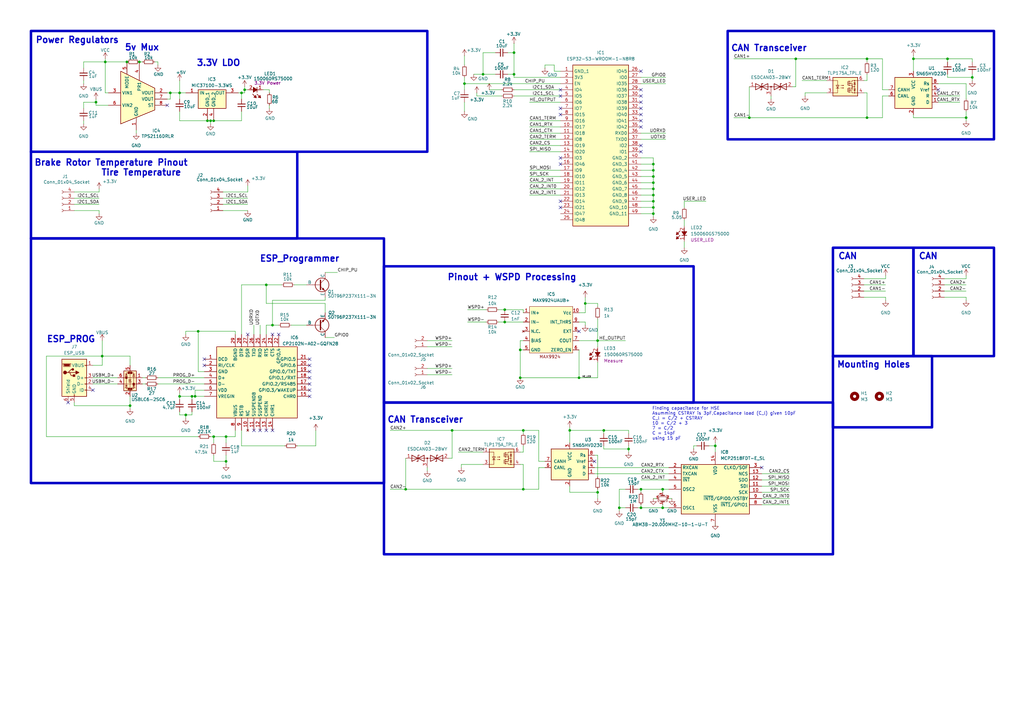
<source format=kicad_sch>
(kicad_sch (version 20250114) (generator "eeschema") (generator_version "9.0")
  (paper "A3")
  (rectangle (start 12.7 97.79) (end 157.48 198.12) (stroke (width 1.016)))
  (rectangle (start 374.65 101.6) (end 407.67 146.05) (stroke (width 1.016)))
  (rectangle (start 157.48 109.22) (end 284.48 165.1) (stroke (width 1.016)))
  (rectangle (start 157.48 165.1) (end 341.63 227.33) (stroke (width 1.016)))
  (rectangle (start 12.7 62.23) (end 121.92 97.79) (stroke (width 1.016)))
  (rectangle (start 298.45 12.7) (end 407.67 57.15) (stroke (width 1.016)))
  (rectangle (start 341.63 101.6) (end 374.65 146.05) (stroke (width 1.016)))
  (rectangle (start 341.63 146.05) (end 382.27 175.26) (stroke (width 1.016)))
  (rectangle (start 12.7 12.7) (end 175.26 62.23) (stroke (width 1.016)))
  (text "Finding capacitance for HSE \nAsumming CSTRAY is 3pF,Capacitance load (C_l) given 10pF\nC_l = C/2 + CSTRAY\n10 = C/2 + 3\n7 = C/2\nC = 14pF\nusing 15 pF" (at 267.462 166.878 0) (effects (font (size 1.27 1.27)) (justify left top)))
  (text "3.3V LDO" (at 80.518 27.432 0) (effects (font (size 2.56 2.56) (thickness 0.512) (bold yes)) (justify left bottom)))
  (text "CAN Transceiver" (at 158.75 173.736 0) (effects (font (size 2.54 2.54) (thickness 0.512) (bold yes)) (justify left bottom)))
  (text "CAN" (at 343.662 106.68 0) (effects (font (size 2.56 2.56) (thickness 0.512) (bold yes)) (justify left bottom)))
  (text "Brake Rotor Temperature Pinout" (at 13.97 68.326 0) (effects (font (size 2.56 2.56) (thickness 0.512) (bold yes)) (justify left bottom)))
  (text "ESP_Programmer" (at 106.426 107.696 0) (effects (font (size 2.54 2.54) (thickness 0.512) (bold yes)) (justify left bottom)))
  (text "ESP_PROG" (at 19.05 140.716 0) (effects (font (size 2.54 2.54) (thickness 0.512) (bold yes)) (justify left bottom)))
  (text "Pinout + WSPD Processing" (at 183.388 115.316 0) (effects (font (size 2.56 2.56) (thickness 0.512) (bold yes)) (justify left bottom)))
  (text "5v Mux" (at 51.054 21.082 0) (effects (font (size 2.56 2.56) (thickness 0.512) (bold yes)) (justify left bottom)))
  (text "Mounting Holes" (at 343.154 151.13 0) (effects (font (size 2.56 2.56) (thickness 0.512) (bold yes)) (justify left bottom)))
  (text "CAN Transceiver" (at 299.72 21.336 0) (effects (font (size 2.54 2.54) (thickness 0.512) (bold yes)) (justify left bottom)))
  (text "CAN" (at 376.682 106.68 0) (effects (font (size 2.56 2.56) (thickness 0.512) (bold yes)) (justify left bottom)))
  (text "Tire Temperature" (at 41.402 72.39 0) (effects (font (size 2.56 2.56) (thickness 0.512) (bold yes)) (justify left bottom)))
  (text "Power Regulators" (at 14.478 18.034 0) (effects (font (size 2.56 2.56) (thickness 0.512) (bold yes)) (justify left bottom)))
  (junction (at 87.63 49.53))
  (junction (at 237.49 154.94))
  (junction (at 267.97 74.93))
  (junction (at 39.37 41.91))
  (junction (at 78.74 162.56))
  (junction (at 374.65 24.13))
  (junction (at 271.78 200.66))
  (junction (at 262.89 200.66))
  (junction (at 267.97 80.01))
  (junction (at 355.6 48.26))
  (junction (at 99.06 38.1))
  (junction (at 86.36 49.53))
  (junction (at 396.24 48.26))
  (junction (at 262.89 208.28))
  (junction (at 307.34 48.26))
  (junction (at 233.68 176.53))
  (junction (at 73.66 38.1))
  (junction (at 207.01 132.08))
  (junction (at 257.81 184.15))
  (junction (at 355.6 24.13))
  (junction (at 41.91 146.05))
  (junction (at 53.34 166.37))
  (junction (at 210.82 21.59))
  (junction (at 85.09 49.53))
  (junction (at 166.37 200.66))
  (junction (at 245.11 201.93))
  (junction (at 111.76 133.35))
  (junction (at 207.01 127))
  (junction (at 213.36 154.94))
  (junction (at 57.15 25.4))
  (junction (at 43.18 25.4))
  (junction (at 185.42 176.53))
  (junction (at 254 208.28))
  (junction (at 52.07 25.4))
  (junction (at 245.11 139.7))
  (junction (at 247.65 176.53))
  (junction (at 271.78 208.28))
  (junction (at 267.97 69.85))
  (junction (at 214.63 176.53))
  (junction (at 267.97 85.09))
  (junction (at 69.85 38.1))
  (junction (at 267.97 82.55))
  (junction (at 80.01 162.56))
  (junction (at 100.33 36.83))
  (junction (at 81.28 135.89))
  (junction (at 267.97 87.63))
  (junction (at 267.97 67.31))
  (junction (at 198.12 30.48))
  (junction (at 210.82 30.48))
  (junction (at 190.5 34.29))
  (junction (at 92.71 179.07))
  (junction (at 76.2 170.18))
  (junction (at 267.97 72.39))
  (junction (at 293.37 182.88))
  (junction (at 87.63 179.07))
  (junction (at 267.97 77.47))
  (junction (at 73.66 162.56))
  (junction (at 240.03 124.46))
  (junction (at 214.63 200.66))
  (junction (at 213.36 143.51))
  (junction (at 388.62 24.13))
  (junction (at 92.71 189.23))
  (junction (at 326.39 24.13))
  (junction (at 398.78 31.75))
  (junction (at 109.22 116.84))
  (no_connect (at 111.76 176.53))
  (no_connect (at 106.68 176.53))
  (no_connect (at 229.87 64.77))
  (no_connect (at 104.14 176.53))
  (no_connect (at 127 162.56))
  (no_connect (at 127 154.94))
  (no_connect (at 229.87 36.83))
  (no_connect (at 262.89 44.45))
  (no_connect (at 127 149.86))
  (no_connect (at 384.81 36.83))
  (no_connect (at 262.89 39.37))
  (no_connect (at 262.89 41.91))
  (no_connect (at 262.89 62.23))
  (no_connect (at 127 160.02))
  (no_connect (at 127 152.4))
  (no_connect (at 101.6 137.16))
  (no_connect (at 83.82 149.86))
  (no_connect (at 229.87 46.99))
  (no_connect (at 237.49 135.89))
  (no_connect (at 83.82 147.32))
  (no_connect (at 229.87 82.55))
  (no_connect (at 68.58 43.18))
  (no_connect (at 262.89 36.83))
  (no_connect (at 229.87 67.31))
  (no_connect (at 229.87 39.37))
  (no_connect (at 114.3 137.16))
  (no_connect (at 262.89 59.69))
  (no_connect (at 109.22 176.53))
  (no_connect (at 127 157.48))
  (no_connect (at 111.76 137.16))
  (no_connect (at 229.87 44.45))
  (no_connect (at 262.89 46.99))
  (no_connect (at 262.89 52.07))
  (no_connect (at 127 147.32))
  (no_connect (at 312.42 191.77))
  (no_connect (at 243.84 189.23))
  (no_connect (at 262.89 29.21))
  (no_connect (at 262.89 49.53))
  (no_connect (at 27.94 165.1))
  (no_connect (at 38.1 160.02))
  (no_connect (at 229.87 85.09))
  (wire (pts (xy 213.36 139.7) (xy 213.36 143.51)))
  (wire (pts (xy 247.65 176.53) (xy 247.65 177.8)))
  (wire (pts (xy 267.97 74.93) (xy 267.97 77.47)))
  (wire (pts (xy 254 209.55) (xy 254 208.28)))
  (wire (pts (xy 53.34 146.05) (xy 53.34 149.86)))
  (wire (pts (xy 19.05 179.07) (xy 81.28 179.07)))
  (wire (pts (xy 257.81 184.15) (xy 257.81 185.42)))
  (wire (pts (xy 185.42 187.96) (xy 184.15 187.96)))
  (wire (pts (xy 388.62 24.13) (xy 388.62 25.4)))
  (wire (pts (xy 99.06 38.1) (xy 99.06 40.64)))
  (wire (pts (xy 120.65 116.84) (xy 125.73 116.84)))
  (wire (pts (xy 267.97 85.09) (xy 267.97 87.63)))
  (wire (pts (xy 326.39 35.56) (xy 325.12 35.56)))
  (wire (pts (xy 100.33 36.83) (xy 101.6 36.83)))
  (wire (pts (xy 262.89 67.31) (xy 267.97 67.31)))
  (wire (pts (xy 237.49 139.7) (xy 245.11 139.7)))
  (wire (pts (xy 110.49 36.83) (xy 110.49 38.1)))
  (wire (pts (xy 58.42 25.4) (xy 57.15 25.4)))
  (wire (pts (xy 92.71 179.07) (xy 92.71 181.61)))
  (wire (pts (xy 217.17 54.61) (xy 229.87 54.61)))
  (wire (pts (xy 374.65 24.13) (xy 374.65 29.21)))
  (wire (pts (xy 262.89 87.63) (xy 267.97 87.63)))
  (wire (pts (xy 363.22 114.3) (xy 363.22 113.03)))
  (wire (pts (xy 38.1 157.48) (xy 48.26 157.48)))
  (wire (pts (xy 87.63 179.07) (xy 87.63 181.61)))
  (wire (pts (xy 245.11 130.81) (xy 245.11 139.7)))
  (wire (pts (xy 213.36 185.42) (xy 214.63 185.42)))
  (wire (pts (xy 73.66 162.56) (xy 73.66 161.29)))
  (wire (pts (xy 233.68 201.93) (xy 233.68 199.39)))
  (wire (pts (xy 300.99 48.26) (xy 307.34 48.26)))
  (wire (pts (xy 262.89 34.29) (xy 273.05 34.29)))
  (wire (pts (xy 217.17 77.47) (xy 229.87 77.47)))
  (wire (pts (xy 92.71 189.23) (xy 92.71 190.5)))
  (wire (pts (xy 85.09 49.53) (xy 86.36 49.53)))
  (wire (pts (xy 213.36 154.94) (xy 237.49 154.94)))
  (wire (pts (xy 262.89 200.66) (xy 262.89 201.93)))
  (wire (pts (xy 312.42 204.47) (xy 323.85 204.47)))
  (wire (pts (xy 262.89 208.28) (xy 271.78 208.28)))
  (wire (pts (xy 111.76 133.35) (xy 114.3 133.35)))
  (wire (pts (xy 243.84 186.69) (xy 245.11 186.69)))
  (wire (pts (xy 73.66 45.72) (xy 73.66 49.53)))
  (wire (pts (xy 280.67 99.06) (xy 280.67 101.6)))
  (wire (pts (xy 73.66 33.02) (xy 73.66 38.1)))
  (wire (pts (xy 30.48 166.37) (xy 30.48 165.1)))
  (wire (pts (xy 284.48 184.15) (xy 284.48 182.88)))
  (wire (pts (xy 80.01 160.02) (xy 80.01 162.56)))
  (wire (pts (xy 175.26 139.7) (xy 185.42 139.7)))
  (wire (pts (xy 262.89 80.01) (xy 267.97 80.01)))
  (wire (pts (xy 76.2 135.89) (xy 76.2 137.16)))
  (wire (pts (xy 133.35 138.43) (xy 137.16 138.43)))
  (wire (pts (xy 41.91 146.05) (xy 41.91 149.86)))
  (wire (pts (xy 326.39 24.13) (xy 355.6 24.13)))
  (wire (pts (xy 86.36 179.07) (xy 87.63 179.07)))
  (wire (pts (xy 396.24 121.92) (xy 396.24 123.19)))
  (wire (pts (xy 175.26 151.13) (xy 185.42 151.13)))
  (wire (pts (xy 91.44 83.82) (xy 101.6 83.82)))
  (wire (pts (xy 262.89 72.39) (xy 267.97 72.39)))
  (wire (pts (xy 198.12 190.5) (xy 189.23 190.5)))
  (wire (pts (xy 396.24 114.3) (xy 396.24 113.03)))
  (wire (pts (xy 214.63 177.8) (xy 214.63 176.53)))
  (wire (pts (xy 388.62 31.75) (xy 398.78 31.75)))
  (wire (pts (xy 34.29 25.4) (xy 43.18 25.4)))
  (wire (pts (xy 198.12 30.48) (xy 203.2 30.48)))
  (wire (pts (xy 262.89 74.93) (xy 267.97 74.93)))
  (wire (pts (xy 101.6 76.2) (xy 101.6 78.74)))
  (wire (pts (xy 280.67 82.55) (xy 280.67 85.09)))
  (wire (pts (xy 237.49 132.08) (xy 240.03 132.08)))
  (wire (pts (xy 73.66 168.91) (xy 73.66 170.18)))
  (wire (pts (xy 361.95 48.26) (xy 361.95 39.37)))
  (wire (pts (xy 247.65 184.15) (xy 257.81 184.15)))
  (wire (pts (xy 34.29 34.29) (xy 34.29 33.02)))
  (wire (pts (xy 160.02 176.53) (xy 185.42 176.53)))
  (wire (pts (xy 262.89 54.61) (xy 273.05 54.61)))
  (wire (pts (xy 208.28 21.59) (xy 210.82 21.59)))
  (wire (pts (xy 387.35 114.3) (xy 396.24 114.3)))
  (wire (pts (xy 293.37 182.88) (xy 293.37 185.42)))
  (wire (pts (xy 243.84 191.77) (xy 274.32 191.77)))
  (wire (pts (xy 55.88 53.34) (xy 55.88 54.61)))
  (wire (pts (xy 96.52 137.16) (xy 96.52 135.89)))
  (wire (pts (xy 80.01 162.56) (xy 83.82 162.56)))
  (wire (pts (xy 396.24 48.26) (xy 396.24 49.53)))
  (wire (pts (xy 198.12 21.59) (xy 203.2 21.59)))
  (wire (pts (xy 245.11 148.59) (xy 245.11 154.94)))
  (wire (pts (xy 111.76 123.19) (xy 111.76 133.35)))
  (wire (pts (xy 190.5 31.75) (xy 190.5 34.29)))
  (wire (pts (xy 198.12 185.42) (xy 187.96 185.42)))
  (wire (pts (xy 267.97 64.77) (xy 267.97 67.31)))
  (wire (pts (xy 175.26 153.67) (xy 185.42 153.67)))
  (wire (pts (xy 262.89 64.77) (xy 267.97 64.77)))
  (wire (pts (xy 396.24 121.92) (xy 387.35 121.92)))
  (wire (pts (xy 398.78 30.48) (xy 398.78 31.75)))
  (wire (pts (xy 354.33 116.84) (xy 363.22 116.84)))
  (wire (pts (xy 198.12 21.59) (xy 198.12 30.48)))
  (wire (pts (xy 92.71 179.07) (xy 96.52 179.07)))
  (wire (pts (xy 214.63 128.27) (xy 214.63 127)))
  (wire (pts (xy 214.63 127) (xy 207.01 127)))
  (wire (pts (xy 240.03 124.46) (xy 240.03 128.27)))
  (wire (pts (xy 262.89 196.85) (xy 274.32 196.85)))
  (wire (pts (xy 106.68 133.35) (xy 106.68 137.16)))
  (wire (pts (xy 43.18 24.13) (xy 43.18 25.4)))
  (wire (pts (xy 233.68 176.53) (xy 247.65 176.53)))
  (wire (pts (xy 240.03 128.27) (xy 237.49 128.27)))
  (wire (pts (xy 30.48 83.82) (xy 40.64 83.82)))
  (wire (pts (xy 300.99 24.13) (xy 326.39 24.13)))
  (wire (pts (xy 267.97 82.55) (xy 267.97 85.09)))
  (wire (pts (xy 254 208.28) (xy 254 200.66)))
  (wire (pts (xy 237.49 154.94) (xy 245.11 154.94)))
  (wire (pts (xy 40.64 86.36) (xy 40.64 87.63)))
  (wire (pts (xy 213.36 139.7) (xy 214.63 139.7)))
  (wire (pts (xy 119.38 133.35) (xy 125.73 133.35)))
  (wire (pts (xy 396.24 45.72) (xy 396.24 48.26)))
  (wire (pts (xy 237.49 143.51) (xy 237.49 154.94)))
  (wire (pts (xy 111.76 133.35) (xy 109.22 133.35)))
  (wire (pts (xy 223.52 26.67) (xy 223.52 27.94)))
  (wire (pts (xy 116.84 182.88) (xy 99.06 182.88)))
  (wire (pts (xy 190.5 22.86) (xy 190.5 26.67)))
  (wire (pts (xy 214.63 190.5) (xy 214.63 200.66)))
  (wire (pts (xy 100.33 38.1) (xy 99.06 38.1)))
  (wire (pts (xy 87.63 49.53) (xy 99.06 49.53)))
  (wire (pts (xy 257.81 182.88) (xy 257.81 184.15)))
  (wire (pts (xy 267.97 87.63) (xy 267.97 88.9)))
  (wire (pts (xy 227.33 29.21) (xy 227.33 26.67)))
  (wire (pts (xy 19.05 146.05) (xy 41.91 146.05)))
  (wire (pts (xy 384.81 34.29) (xy 396.24 34.29)))
  (wire (pts (xy 133.35 111.76) (xy 138.43 111.76)))
  (wire (pts (xy 227.33 26.67) (xy 223.52 26.67)))
  (wire (pts (xy 210.82 17.78) (xy 210.82 21.59)))
  (wire (pts (xy 398.78 24.13) (xy 398.78 25.4)))
  (wire (pts (xy 374.65 48.26) (xy 396.24 48.26)))
  (wire (pts (xy 214.63 185.42) (xy 214.63 182.88)))
  (wire (pts (xy 39.37 40.64) (xy 39.37 41.91)))
  (wire (pts (xy 293.37 215.9) (xy 293.37 214.63)))
  (wire (pts (xy 87.63 179.07) (xy 92.71 179.07)))
  (wire (pts (xy 73.66 170.18) (xy 76.2 170.18)))
  (wire (pts (xy 330.2 38.1) (xy 330.2 39.37)))
  (wire (pts (xy 396.24 34.29) (xy 396.24 40.64)))
  (wire (pts (xy 190.5 41.91) (xy 190.5 45.72)))
  (wire (pts (xy 262.89 200.66) (xy 271.78 200.66)))
  (wire (pts (xy 86.36 49.53) (xy 86.36 50.8)))
  (wire (pts (xy 19.05 146.05) (xy 19.05 179.07)))
  (wire (pts (xy 245.11 186.69) (xy 245.11 195.58)))
  (wire (pts (xy 92.71 186.69) (xy 92.71 189.23)))
  (wire (pts (xy 91.44 86.36) (xy 101.6 86.36)))
  (wire (pts (xy 312.42 207.01) (xy 323.85 207.01)))
  (wire (pts (xy 78.74 170.18) (xy 78.74 168.91)))
  (wire (pts (xy 195.58 39.37) (xy 205.74 39.37)))
  (wire (pts (xy 361.95 36.83) (xy 364.49 36.83)))
  (wire (pts (xy 262.89 85.09) (xy 267.97 85.09)))
  (wire (pts (xy 220.98 189.23) (xy 223.52 189.23)))
  (wire (pts (xy 240.03 132.08) (xy 240.03 133.35)))
  (wire (pts (xy 30.48 166.37) (xy 53.34 166.37)))
  (wire (pts (xy 86.36 49.53) (xy 87.63 49.53)))
  (wire (pts (xy 133.35 123.19) (xy 111.76 123.19)))
  (wire (pts (xy 69.85 38.1) (xy 73.66 38.1)))
  (wire (pts (xy 73.66 162.56) (xy 73.66 163.83)))
  (wire (pts (xy 97.79 38.1) (xy 99.06 38.1)))
  (wire (pts (xy 312.42 196.85) (xy 323.85 196.85)))
  (wire (pts (xy 245.11 139.7) (xy 256.54 139.7)))
  (wire (pts (xy 41.91 139.7) (xy 41.91 146.05)))
  (wire (pts (xy 247.65 184.15) (xy 247.65 182.88)))
  (wire (pts (xy 245.11 139.7) (xy 245.11 142.24)))
  (wire (pts (xy 355.6 38.1) (xy 355.6 48.26)))
  (wire (pts (xy 58.42 157.48) (xy 59.69 157.48)))
  (wire (pts (xy 293.37 181.61) (xy 293.37 182.88)))
  (wire (pts (xy 101.6 78.74) (xy 91.44 78.74)))
  (wire (pts (xy 261.62 208.28) (xy 262.89 208.28)))
  (wire (pts (xy 374.65 48.26) (xy 374.65 46.99)))
  (wire (pts (xy 121.92 182.88) (xy 129.54 182.88)))
  (wire (pts (xy 355.6 33.02) (xy 355.6 30.48)))
  (wire (pts (xy 204.47 127) (xy 207.01 127)))
  (wire (pts (xy 374.65 24.13) (xy 388.62 24.13)))
  (wire (pts (xy 217.17 74.93) (xy 229.87 74.93)))
  (wire (pts (xy 85.09 49.53) (xy 73.66 49.53)))
  (wire (pts (xy 73.66 162.56) (xy 78.74 162.56)))
  (wire (pts (xy 271.78 208.28) (xy 274.32 208.28)))
  (wire (pts (xy 64.77 25.4) (xy 63.5 25.4)))
  (wire (pts (xy 339.09 38.1) (xy 330.2 38.1)))
  (wire (pts (xy 210.82 21.59) (xy 210.82 30.48)))
  (wire (pts (xy 64.77 154.94) (xy 83.82 154.94)))
  (wire (pts (xy 262.89 57.15) (xy 273.05 57.15)))
  (wire (pts (xy 229.87 31.75) (xy 210.82 31.75)))
  (wire (pts (xy 326.39 24.13) (xy 326.39 35.56)))
  (wire (pts (xy 361.95 39.37) (xy 364.49 39.37)))
  (wire (pts (xy 30.48 86.36) (xy 40.64 86.36)))
  (wire (pts (xy 363.22 121.92) (xy 354.33 121.92)))
  (wire (pts (xy 185.42 176.53) (xy 214.63 176.53)))
  (wire (pts (xy 229.87 29.21) (xy 227.33 29.21)))
  (wire (pts (xy 99.06 116.84) (xy 99.06 137.16)))
  (wire (pts (xy 78.74 162.56) (xy 78.74 163.83)))
  (wire (pts (xy 312.42 199.39) (xy 323.85 199.39)))
  (wire (pts (xy 185.42 176.53) (xy 185.42 187.96)))
  (wire (pts (xy 267.97 77.47) (xy 267.97 80.01)))
  (wire (pts (xy 355.6 48.26) (xy 361.95 48.26)))
  (wire (pts (xy 41.91 146.05) (xy 53.34 146.05)))
  (wire (pts (xy 34.29 49.53) (xy 34.29 50.8)))
  (wire (pts (xy 166.37 187.96) (xy 166.37 200.66)))
  (wire (pts (xy 39.37 41.91) (xy 34.29 41.91)))
  (wire (pts (xy 271.78 208.28) (xy 271.78 207.01)))
  (wire (pts (xy 129.54 182.88) (xy 129.54 176.53)))
  (wire (pts (xy 220.98 176.53) (xy 220.98 189.23)))
  (wire (pts (xy 214.63 176.53) (xy 220.98 176.53)))
  (wire (pts (xy 217.17 59.69) (xy 229.87 59.69)))
  (wire (pts (xy 96.52 179.07) (xy 96.52 176.53)))
  (wire (pts (xy 200.66 36.83) (xy 205.74 36.83)))
  (wire (pts (xy 189.23 190.5) (xy 189.23 191.77)))
  (wire (pts (xy 43.18 25.4) (xy 43.18 38.1)))
  (wire (pts (xy 387.35 116.84) (xy 396.24 116.84)))
  (wire (pts (xy 243.84 194.31) (xy 274.32 194.31)))
  (wire (pts (xy 81.28 135.89) (xy 81.28 152.4)))
  (wire (pts (xy 233.68 201.93) (xy 245.11 201.93)))
  (wire (pts (xy 271.78 200.66) (xy 271.78 201.93)))
  (wire (pts (xy 261.62 200.66) (xy 262.89 200.66)))
  (wire (pts (xy 247.65 176.53) (xy 257.81 176.53)))
  (wire (pts (xy 83.82 152.4) (xy 81.28 152.4)))
  (wire (pts (xy 274.32 204.47) (xy 275.59 204.47)))
  (wire (pts (xy 38.1 149.86) (xy 41.91 149.86)))
  (wire (pts (xy 43.18 38.1) (xy 44.45 38.1)))
  (wire (pts (xy 68.58 40.64) (xy 69.85 40.64)))
  (wire (pts (xy 374.65 22.86) (xy 374.65 24.13)))
  (wire (pts (xy 217.17 72.39) (xy 229.87 72.39)))
  (wire (pts (xy 99.06 45.72) (xy 99.06 49.53)))
  (wire (pts (xy 175.26 191.77) (xy 175.26 193.04)))
  (wire (pts (xy 191.77 132.08) (xy 199.39 132.08)))
  (wire (pts (xy 262.89 31.75) (xy 273.05 31.75)))
  (wire (pts (xy 217.17 49.53) (xy 229.87 49.53)))
  (wire (pts (xy 214.63 200.66) (xy 220.98 200.66)))
  (wire (pts (xy 233.68 176.53) (xy 233.68 181.61)))
  (wire (pts (xy 355.6 24.13) (xy 361.95 24.13)))
  (wire (pts (xy 110.49 43.18) (xy 110.49 44.45)))
  (wire (pts (xy 312.42 194.31) (xy 323.85 194.31)))
  (wire (pts (xy 267.97 67.31) (xy 267.97 69.85)))
  (wire (pts (xy 133.35 124.46) (xy 109.22 124.46)))
  (wire (pts (xy 207.01 132.08) (xy 214.63 132.08)))
  (wire (pts (xy 280.67 82.55) (xy 289.56 82.55)))
  (wire (pts (xy 91.44 81.28) (xy 101.6 81.28)))
  (wire (pts (xy 213.36 143.51) (xy 214.63 143.51)))
  (wire (pts (xy 40.64 77.47) (xy 40.64 78.74)))
  (wire (pts (xy 175.26 142.24) (xy 185.42 142.24)))
  (wire (pts (xy 271.78 200.66) (xy 274.32 200.66)))
  (wire (pts (xy 384.81 41.91) (xy 393.7 41.91)))
  (wire (pts (xy 166.37 200.66) (xy 214.63 200.66)))
  (wire (pts (xy 217.17 41.91) (xy 229.87 41.91)))
  (wire (pts (xy 254 208.28) (xy 256.54 208.28)))
  (wire (pts (xy 307.34 48.26) (xy 355.6 48.26)))
  (wire (pts (xy 388.62 24.13) (xy 398.78 24.13)))
  (wire (pts (xy 245.11 201.93) (xy 245.11 204.47)))
  (wire (pts (xy 284.48 182.88) (xy 285.75 182.88)))
  (wire (pts (xy 34.29 41.91) (xy 34.29 44.45)))
  (wire (pts (xy 217.17 57.15) (xy 229.87 57.15)))
  (wire (pts (xy 267.97 72.39) (xy 267.97 74.93)))
  (wire (pts (xy 240.03 124.46) (xy 245.11 124.46)))
  (wire (pts (xy 190.5 34.29) (xy 190.5 36.83)))
  (wire (pts (xy 109.22 133.35) (xy 109.22 137.16)))
  (wire (pts (xy 53.34 167.64) (xy 53.34 166.37)))
  (wire (pts (xy 396.24 119.38) (xy 387.35 119.38)))
  (wire (pts (xy 80.01 160.02) (xy 83.82 160.02)))
  (wire (pts (xy 195.58 38.1) (xy 195.58 39.37)))
  (wire (pts (xy 104.14 133.35) (xy 104.14 137.16)))
  (wire (pts (xy 39.37 43.18) (xy 44.45 43.18)))
  (wire (pts (xy 312.42 201.93) (xy 323.85 201.93)))
  (wire (pts (xy 96.52 135.89) (xy 81.28 135.89)))
  (wire (pts (xy 43.18 25.4) (xy 52.07 25.4)))
  (wire (pts (xy 194.31 30.48) (xy 198.12 30.48)))
  (wire (pts (xy 217.17 52.07) (xy 229.87 52.07)))
  (wire (pts (xy 217.17 62.23) (xy 229.87 62.23)))
  (wire (pts (xy 64.77 25.4) (xy 64.77 26.67)))
  (wire (pts (xy 38.1 154.94) (xy 48.26 154.94)))
  (wire (pts (xy 39.37 41.91) (xy 39.37 43.18)))
  (wire (pts (xy 355.6 25.4) (xy 355.6 24.13)))
  (wire (pts (xy 30.48 81.28) (xy 40.64 81.28)))
  (wire (pts (xy 384.81 39.37) (xy 393.7 39.37)))
  (wire (pts (xy 109.22 116.84) (xy 115.57 116.84)))
  (wire (pts (xy 109.22 116.84) (xy 109.22 124.46)))
  (wire (pts (xy 210.82 30.48) (xy 210.82 31.75)))
  (wire (pts (xy 307.34 35.56) (xy 307.34 48.26)))
  (wire (pts (xy 30.48 78.74) (xy 40.64 78.74)))
  (wire (pts (xy 233.68 175.26) (xy 233.68 176.53)))
  (wire (pts (xy 133.35 121.92) (xy 133.35 123.19)))
  (wire (pts (xy 208.28 30.48) (xy 210.82 30.48)))
  (wire (pts (xy 213.36 190.5) (xy 214.63 190.5)))
  (wire (pts (xy 210.82 36.83) (xy 229.87 36.83)))
  (wire (pts (xy 53.34 162.56) (xy 53.34 166.37)))
  (wire (pts (xy 267.97 204.47) (xy 269.24 204.47)))
  (wire (pts (xy 76.2 170.18) (xy 78.74 170.18)))
  (wire (pts (xy 240.03 121.92) (xy 240.03 124.46)))
  (wire (pts (xy 133.35 128.27) (xy 133.35 124.46)))
  (wire (pts (xy 100.33 36.83) (xy 100.33 38.1)))
  (wire (pts (xy 109.22 116.84) (xy 99.06 116.84)))
  (wire (pts (xy 354.33 33.02) (xy 355.6 33.02)))
  (wire (pts (xy 290.83 182.88) (xy 293.37 182.88)))
  (wire (pts (xy 217.17 69.85) (xy 229.87 69.85)))
  (wire (pts (xy 69.85 40.64) (xy 69.85 38.1)))
  (wire (pts (xy 398.78 31.75) (xy 398.78 33.02)))
  (wire (pts (xy 107.95 36.83) (xy 110.49 36.83)))
  (wire (pts (xy 87.63 186.69) (xy 87.63 189.23)))
  (wire (pts (xy 160.02 200.66) (xy 166.37 200.66)))
  (wire (pts (xy 388.62 31.75) (xy 388.62 30.48)))
  (wire (pts (xy 99.06 182.88) (xy 99.06 176.53)))
  (wire (pts (xy 339.09 33.02) (xy 328.93 33.02)))
  (wire (pts (xy 220.98 200.66) (xy 220.98 191.77)))
  (wire (pts (xy 262.89 69.85) (xy 267.97 69.85)))
  (wire (pts (xy 363.22 119.38) (xy 354.33 119.38)))
  (wire (pts (xy 76.2 135.89) (xy 81.28 135.89)))
  (wire (pts (xy 280.67 90.17) (xy 280.67 92.71)))
  (wire (pts (xy 78.74 162.56) (xy 80.01 162.56)))
  (wire (pts (xy 245.11 124.46) (xy 245.11 125.73)))
  (wire (pts (xy 316.23 39.37) (xy 316.23 40.64)))
  (wire (pts (xy 213.36 143.51) (xy 213.36 154.94)))
  (wire (pts (xy 210.82 39.37) (xy 229.87 39.37)))
  (wire (pts (xy 204.47 132.08) (xy 207.01 132.08)))
  (wire (pts (xy 267.97 69.85) (xy 267.97 72.39)))
  (wire (pts (xy 76.2 170.18) (xy 76.2 171.45)))
  (wire (pts (xy 217.17 80.01) (xy 229.87 80.01)))
  (wire (pts (xy 363.22 121.92) (xy 363.22 123.19)))
  (wire (pts (xy 220.98 191.77) (xy 223.52 191.77)))
  (wire (pts (xy 191.77 127) (xy 199.39 127)))
  (wire (pts (xy 354.33 114.3) (xy 363.22 114.3)))
  (wire (pts (xy 254 200.66) (xy 256.54 200.66)))
  (wire (pts (xy 73.66 40.64) (xy 73.66 38.1)))
  (wire (pts (xy 257.81 176.53) (xy 257.81 177.8)))
  (wire (pts (xy 267.97 80.01) (xy 267.97 82.55)))
  (wire (pts (xy 87.63 189.23) (xy 92.71 189.23)))
  (wire (pts (xy 354.33 38.1) (xy 355.6 38.1)))
  (wire (pts (xy 262.89 77.47) (xy 267.97 77.47)))
  (wire (pts (xy 190.5 34.29) (xy 229.87 34.29)))
  (wire (pts (xy 69.85 38.1) (xy 68.58 38.1)))
  (wire (pts (xy 73.66 38.1) (xy 76.2 38.1)))
  (wire (pts (xy 64.77 157.48) (xy 83.82 157.48)))
  (wire (pts (xy 262.89 82.55) (xy 267.97 82.55)))
  (wire (pts (xy 262.89 207.01) (xy 262.89 208.28)))
  (wire (pts (xy 100.33 36.83) (xy 100.33 35.56)))
  (wire (pts (xy 245.11 201.93) (xy 245.11 200.66)))
  (wire (pts (xy 34.29 25.4) (xy 34.29 27.94)))
  (wire (pts (xy 361.95 24.13) (xy 361.95 36.83)))
  (wire (pts (xy 58.42 154.94) (xy 59.69 154.94)))
  (label "I2C1_SCL" (at 227.33 39.37 180))
  (label "SPI_MOSI" (at 217.17 69.85 0))
  (label "HE_OUTPUT" (at 256.54 139.7 180))
  (label "UORXD" (at 104.14 133.35 90))
  (label "UOTXD" (at 273.05 57.15 180))
  (label "HE_OUTPUT" (at 217.17 41.91 0))
  (label "CHIP_PU" (at 223.52 34.29 180))
  (label "I2C1_SDA" (at 40.64 83.82 180))
  (label "CAN2-" (at 160.02 200.66 0))
  (label "CAN_2_INT" (at 262.89 196.85 0))
  (label "I2C1_SCL" (at 40.64 81.28 180))
  (label "CAN2_RTX" (at 262.89 191.77 0))
  (label "CAN_2_INT1" (at 323.85 207.01 180))
  (label "CAN2+" (at 396.24 116.84 180))
  (label "WSPD+" (at 191.77 127 0))
  (label "UOTXD" (at 106.68 133.35 90))
  (label "GPIO0" (at 273.05 31.75 180))
  (label "CAN1-" (at 300.99 48.26 0))
  (label "USER_LED" (at 273.05 34.29 180))
  (label "CAN2_CS" (at 323.85 194.31 180))
  (label "SPI_MOSI" (at 323.85 199.39 180))
  (label "GPIO0" (at 137.16 138.43 0))
  (label "CAN1-" (at 363.22 119.38 180))
  (label "CAN1_CTX" (at 393.7 39.37 180))
  (label "SPI_MISO" (at 323.85 196.85 180))
  (label "CAN2_CTX" (at 262.89 194.31 0))
  (label "CAN2_TERM" (at 217.17 57.15 0))
  (label "CAN_2_INT0" (at 323.85 204.47 180))
  (label "CAN1_TERM" (at 217.17 49.53 0))
  (label "WSPD-" (at 191.77 132.08 0))
  (label "USBM_D-" (at 46.99 157.48 180))
  (label "CAN1_CTX" (at 217.17 54.61 0))
  (label "CAN2_CS" (at 217.17 59.69 0))
  (label "CAN1+" (at 363.22 116.84 180))
  (label "CAN1+" (at 300.99 24.13 0))
  (label "UORXD" (at 273.05 54.61 180))
  (label "USER_LED" (at 289.56 82.55 180))
  (label "WSPD-" (at 185.42 153.67 180))
  (label "SPI_SCK" (at 217.17 72.39 0))
  (label "CAN1_RTX" (at 217.17 52.07 0))
  (label "USBM_D+" (at 46.99 154.94 180))
  (label "CAN2+" (at 160.02 176.53 0))
  (label "CAN1_RTX" (at 393.7 41.91 180))
  (label "I2C1_SCL" (at 101.6 81.28 180))
  (label "CHIP_PU" (at 138.43 111.76 0))
  (label "PROG_D-" (at 80.01 157.48 180))
  (label "PROG_D+" (at 80.01 154.94 180))
  (label "CAN1_TERM" (at 328.93 33.02 0))
  (label "WSPD-" (at 185.42 142.24 180))
  (label "CAN2_TERM" (at 187.96 185.42 0))
  (label "WSPD+" (at 185.42 151.13 180))
  (label "CAN_2_INT0" (at 217.17 77.47 0))
  (label "SPI_MISO" (at 217.17 62.23 0))
  (label "WSPD+" (at 185.42 139.7 180))
  (label "CAN_2_INT1" (at 217.17 80.01 0))
  (label "I2C1_SDA" (at 101.6 83.82 180))
  (label "HE_LED" (at 238.76 154.94 0) (effects (font (size 0.64 0.64))))
  (label "CAN_2_INT" (at 217.17 74.93 0))
  (label "CAN2-" (at 396.24 119.38 180))
  (label "I2C1_SDA" (at 227.33 36.83 180))
  (label "SPI_SCK" (at 323.85 201.93 180))
  (symbol (lib_id "power:+3.3V") (at 100.33 35.56 0) (unit 1)
    (property "Reference" "#PWR011" (effects (hide yes)))
    (property "Value" "+3.3V" (at 100.33 31.75 0))
    (property "Description" "Power symbol creates a global label with name \"+3.3V\"" (effects (hide yes)))
  )
  (symbol (lib_id "Device:C_Small") (at 259.08 200.66 90) (unit 1)
    (property "Reference" "C19" (at 257.302 196.596 90) (effects (justify right)))
    (property "Value" "15pF" (at 257.556 198.12 90) (effects (justify right)))
    (property "Footprint" "Capacitor_SMD:C_0603_1608Metric" (effects (hide yes)))
  )
  (symbol (lib_name "GND_5") (lib_id "power:GND") (at 190.5 45.72 0) (unit 1)
    (property "Reference" "#PWR017" (effects (hide yes)))
    (property "Value" "GND" (at 193.802 48.768 0))
    (property "Description" "Power symbol creates a global label with name \"GND\" , ground" (effects (hide yes)))
  )
  (symbol (lib_id "Device:R_Small") (at 54.61 25.4 270) (unit 1)
    (property "Reference" "R1" (at 52.832 22.098 90) (effects (justify left)))
    (property "Value" "10k" (at 54.61 23.622 90))
    (property "Footprint" "Resistor_SMD:R_0603_1608Metric" (effects (hide yes)))
  )
  (symbol (lib_id "power:GND") (at 257.81 185.42 0) (unit 1)
    (property "Reference" "#PWR047" (effects (hide yes)))
    (property "Value" "GND" (at 257.81 190.5 0))
    (property "Description" "Power symbol creates a global label with name \"GND\" , ground" (effects (hide yes)))
  )
  (symbol (lib_id "SDM_LED:150060RS75000") (at 245.11 148.59 90) (unit 1)
    (property "Reference" "LED3" (at 247.65 142.8749 90) (effects (justify right)))
    (property "Value" "150060RS75000" (at 247.65 145.4149 90) (effects (justify right)))
    (property "Footprint" "SDM_MiscFootprint:LEDC1608X80N" (effects (hide yes)))
    (property "Datasheet" "https://www.we-online.com/components/products/datasheet/150060RS75000.pdf" (effects (hide yes)))
    (property "Description" "WURTH ELEKTRONIK - 150060RS75000 - LED, 0603, RED, 250MCD, 625NM" (effects (hide yes)))
    (property "Measure" "Measure" (at 247.65 147.9549 90) (effects (justify right)))
    (property "Height" "0.8" (effects (hide yes)))
    (property "Mouser Part Number" "710-150060RS75000" (effects (hide yes)))
    (property "Mouser Price/Stock" "https://www.mouser.co.uk/ProductDetail/Wurth-Elektronik/150060RS75000?qs=LlUlMxKIyB3QnmZ3fw%2FVCA%3D%3D" (effects (hide yes)))
    (property "Manufacturer_Name" "Wurth Elektronik" (effects (hide yes)))
    (property "Manufacturer_Part_Number" "150060RS75000" (effects (hide yes)))
  )
  (symbol (lib_id "Device:C_Small") (at 99.06 43.18 180) (unit 1)
    (property "Reference" "C10" (at 105.156 42.418 0) (effects (justify left)))
    (property "Value" "10uF" (at 105.918 43.942 0) (effects (justify left)))
    (property "Footprint" "Capacitor_SMD:C_0603_1608Metric" (effects (hide yes)))
  )
  (symbol (lib_id "Device:C_Small") (at 92.71 184.15 180) (unit 1)
    (property "Reference" "C18" (at 98.298 183.388 0) (effects (justify left)))
    (property "Value" "1uF" (at 98.298 185.166 0) (effects (justify left)))
    (property "Footprint" "Capacitor_SMD:C_0603_1608Metric" (effects (hide yes)))
  )
  (symbol (lib_id "power:GND") (at 363.22 123.19 0) (unit 1)
    (property "Reference" "#PWR034" (effects (hide yes)))
    (property "Value" "GND" (at 363.22 128.27 0))
    (property "Description" "Power symbol creates a global label with name \"GND\" , ground" (effects (hide yes)))
  )
  (symbol (lib_name "VCC_1") (lib_id "power:VCC") (at 240.03 121.92 0) (unit 1)
    (property "Reference" "#PWR033" (effects (hide yes)))
    (property "Value" "+3.3V" (at 240.03 116.84 0))
    (property "Description" "Power symbol creates a global label with name \"VCC\"" (effects (hide yes)))
  )
  (symbol (lib_id "Connector:Conn_01x04_Socket") (at 86.36 83.82 180) (unit 1)
    (property "Reference" "J2" (at 83.312 71.882 0) (effects (justify left)))
    (property "Value" "Conn_01x04_Socket" (at 99.568 73.66 0) (effects (justify left)))
    (property "Footprint" "Connector_JST:JST_XH_S4B-XH-A_1x04_P2.50mm_Horizontal" (effects (hide yes)))
    (property "Description" "Generic connector, single row, 01x04, script generated" (effects (hide yes)))
  )
  (symbol (lib_id "SDM_ESD:ESDCAN03-2BWY") (at 175.26 187.96 0) (unit 1)
    (property "Reference" "D2" (at 175.26 181.61 0))
    (property "Value" "ESDCAN03-2BWY" (at 175.26 184.15 0))
    (property "Footprint" "SDM_MiscFootprint:SOT65P210X110-3N" (effects (hide yes)))
    (property "Datasheet" "https://www.mouser.de/datasheet/2/389/esdcan02-2bwy-954689.pdf" (effects (hide yes)))
    (property "Description" "ESD Suppressors / TVS Diodes Automotive dual-line Transil, Transient voltage suppressor (TVS) for CAN bus" (effects (hide yes)))
    (property "Height" "1.1" (effects (hide yes)))
    (property "Mouser Part Number" "511-ESDCAN03-2BWY" (effects (hide yes)))
    (property "Mouser Price/Stock" "https://www.mouser.co.uk/ProductDetail/STMicroelectronics/ESDCAN03-2BWY?qs=FqY30PPN9V2iiokjuqa22Q%3D%3D" (effects (hide yes)))
    (property "Manufacturer_Name" "STMicroelectronics" (effects (hide yes)))
    (property "Manufacturer_Part_Number" "ESDCAN03-2BWY" (effects (hide yes)))
  )
  (symbol (lib_id "Device:C_Small") (at 205.74 21.59 270) (unit 1)
    (property "Reference" "C1" (at 207.264 17.018 90) (effects (justify right)))
    (property "Value" "10uF" (at 208.28 18.796 90) (effects (justify right)))
    (property "Footprint" "Capacitor_SMD:C_0603_1608Metric" (effects (hide yes)))
  )
  (symbol (lib_id "power:GND") (at 280.67 101.6 0) (unit 1)
    (property "Reference" "#PWR030" (effects (hide yes)))
    (property "Value" "GND" (at 280.67 106.68 0))
    (property "Description" "Power symbol creates a global label with name \"GND\" , ground" (effects (hide yes)))
  )
  (symbol (lib_id "MicroControllers:ESP32-S3-WROOM-1-N8R8") (at 229.87 29.21 0) (unit 1)
    (property "Reference" "IC1" (at 246.38 21.59 0))
    (property "Value" "ESP32-S3-WROOM-1-N8R8" (at 246.38 24.13 0))
    (property "Footprint" "SDM_MiscFootprint:ESP32S3WROOM1N8R8" (effects (hide yes)))
    (property "Datasheet" "https://www.espressif.com/sites/default/files/documentation/esp32-s3-wroom-1_wroom-1u_datasheet_en.pdf" (effects (hide yes)))
    (property "Description" "WiFi Modules - 802.11 (Engineering Samples Only) SMD Module, ESP32-S3R8 with 8 MB Octal PSRAM Die, 8 MB Quad SPI flash, PCB Antenna" (effects (hide yes)))
    (property "Height" "3.25" (effects (hide yes)))
    (property "Mouser Part Number" "356-EP32S3WROOM1N8R8" (effects (hide yes)))
    (property "Mouser Price/Stock" "https://www.mouser.co.uk/ProductDetail/Espressif-Systems/ESP32-S3-WROOM-1-N8R8?qs=7D1LtPJG0i3%2F28hKFavOpQ%3D%3D" (effects (hide yes)))
    (property "Manufacturer_Name" "Espressif Systems" (effects (hide yes)))
    (property "Manufacturer_Part_Number" "ESP32-S3-WROOM-1-N8R8" (effects (hide yes)))
  )
  (symbol (lib_id "power:+3.3V") (at 233.68 175.26 0) (unit 1)
    (property "Reference" "#PWR043" (effects (hide yes)))
    (property "Value" "+3.3V" (at 233.68 170.942 0))
    (property "Description" "Power symbol creates a global label with name \"+3.3V\"" (effects (hide yes)))
  )
  (symbol (lib_id "Device:R_Small") (at 190.5 29.21 0) (mirror y) (unit 1)
    (property "Reference" "R4" (at 187.198 28.194 0))
    (property "Value" "10k" (at 187.198 29.972 0))
    (property "Footprint" "Resistor_SMD:R_0603_1608Metric" (effects (hide yes)))
  )
  (symbol (lib_id "power:GND") (at 86.36 50.8 0) (unit 1)
    (property "Reference" "#PWR021" (effects (hide yes)))
    (property "Value" "GND" (at 86.36 54.864 0))
    (property "Description" "Power symbol creates a global label with name \"GND\" , ground" (effects (hide yes)))
  )
  (symbol (lib_id "power:GND") (at 316.23 40.64 0) (unit 1)
    (property "Reference" "#PWR014" (effects (hide yes)))
    (property "Value" "GND" (at 316.23 44.704 0))
    (property "Description" "Power symbol creates a global label with name \"GND\" , ground" (effects (hide yes)))
  )
  (symbol (lib_id "USBUART:CP2102N-A02-GQFN28") (at 83.82 147.32 0) (unit 1)
    (property "Reference" "IC6" (at 119.126 138.43 0) (effects (justify left)))
    (property "Value" "CP2102N-A02-GQFN28" (at 115.824 140.97 0) (effects (justify left)))
    (property "Footprint" "SDM_MiscFootprint:QFN50P500X500X80-29N-D" (effects (hide yes)))
    (property "Datasheet" "https://componentsearchengine.com/Datasheets/2/CP2102N-A02-GQFN28.pdf" (effects (hide yes)))
    (property "Description" "SILICON LABS - CP2102N-A02-GQFN28 - USB TO UART BRIDGE, -40 TO 85DEG C" (effects (hide yes)))
    (property "Height" "0.8" (effects (hide yes)))
    (property "Mouser Part Number" "634-CP2102NA02GQFN28" (effects (hide yes)))
    (property "Mouser Price/Stock" "https://www.mouser.co.uk/ProductDetail/Silicon-Labs/CP2102N-A02-GQFN28?qs=u16ybLDytRaSBkSkyjYFiA%3D%3D" (effects (hide yes)))
    (property "Manufacturer_Name" "Silicon Labs" (effects (hide yes)))
    (property "Manufacturer_Part_Number" "CP2102N-A02-GQFN28" (effects (hide yes)))
  )
  (symbol (lib_id "Mechanical:MountingHole") (at 360.68 162.56 0) (unit 1)
    (property "Reference" "H2" (at 363.22 161.29 0) (effects (justify left)))
    (property "Value" "M3" (at 363.22 163.83 0) (effects (justify left)))
    (property "Footprint" "MountingHole:MountingHole_3.2mm_M3" (effects (hide yes)))
  )
  (symbol (lib_id "Device:R_Small") (at 262.89 204.47 0) (unit 1)
    (property "Reference" "R23" (at 259.715 203.835 0))
    (property "Value" "1M" (at 259.715 205.613 0))
    (property "Footprint" "Resistor_SMD:R_0603_1608Metric" (effects (hide yes)))
  )
  (symbol (lib_id "power:GND") (at 76.2 137.16 0) (unit 1)
    (property "Reference" "#PWR037" (effects (hide yes)))
    (property "Value" "GND" (at 76.2 141.224 0))
    (property "Description" "Power symbol creates a global label with name \"GND\" , ground" (effects (hide yes)))
  )
  (symbol (lib_id "power:VCC") (at 363.22 113.03 0) (unit 1)
    (property "Reference" "#PWR031" (effects (hide yes)))
    (property "Value" "VCC" (at 363.22 109.22 0))
    (property "Description" "Power symbol creates a global label with name \"VCC\"" (effects (hide yes)))
  )
  (symbol (lib_id "Mechanical:MountingHole") (at 350.52 162.56 0) (unit 1)
    (property "Reference" "H1" (at 353.06 161.29 0) (effects (justify left)))
    (property "Value" "M3" (at 353.06 163.83 0) (effects (justify left)))
    (property "Footprint" "MountingHole:MountingHole_3.2mm_M3" (effects (hide yes)))
  )
  (symbol (lib_id "power:GND") (at 398.78 33.02 0) (unit 1)
    (property "Reference" "#PWR09" (effects (hide yes)))
    (property "Value" "GND" (at 398.78 38.1 0))
    (property "Description" "Power symbol creates a global label with name \"GND\" , ground" (effects (hide yes)))
  )
  (symbol (lib_id "Device:R_Small") (at 208.28 36.83 270) (mirror x) (unit 1)
    (property "Reference" "R8" (at 208.153 32.639 90))
    (property "Value" "2.2k" (at 208.153 34.417 90))
    (property "Footprint" "Resistor_SMD:R_0603_1608Metric" (effects (hide yes)))
  )
  (symbol (lib_id "power:+5V") (at 73.66 33.02 0) (unit 1)
    (property "Reference" "#PWR08" (effects (hide yes)))
    (property "Value" "+5V" (at 72.136 29.718 0) (effects (justify left)))
    (property "Description" "Power symbol creates a global label with name \"+5V\"" (effects (hide yes)))
  )
  (symbol (lib_id "power:GND") (at 34.29 50.8 0) (unit 1)
    (property "Reference" "#PWR020" (effects (hide yes)))
    (property "Value" "GND" (at 34.29 55.88 0))
    (property "Description" "Power symbol creates a global label with name \"GND\" , ground" (effects (hide yes)))
  )
  (symbol (lib_id "Device:R_Small") (at 201.93 132.08 90) (unit 1)
    (property "Reference" "R14" (at 201.93 134.112 90))
    (property "Value" "10k" (at 201.93 136.144 90))
    (property "Footprint" "Resistor_SMD:R_0603_1608Metric" (effects (hide yes)))
    (property "Description" "Resistor, small symbol" (effects (hide yes)))
  )
  (symbol (lib_id "power:GND") (at 110.49 44.45 0) (unit 1)
    (property "Reference" "#PWR016" (effects (hide yes)))
    (property "Value" "GND" (at 110.744 48.514 0))
    (property "Description" "Power symbol creates a global label with name \"GND\" , ground" (effects (hide yes)))
  )
  (symbol (lib_id "Connector:Conn_01x04_Socket") (at 349.25 119.38 180) (unit 1)
    (property "Reference" "J3" (at 350.012 109.22 0) (effects (justify left)))
    (property "Value" "Conn_01x04_Socket" (at 361.95 110.998 0) (effects (justify left)))
    (property "Footprint" "Connector_JST:JST_XH_S4B-XH-A_1x04_P2.50mm_Horizontal" (effects (hide yes)))
    (property "Description" "Generic connector, single row, 01x04, script generated" (effects (hide yes)))
  )
  (symbol (lib_id "power:GND") (at 275.59 204.47 0) (unit 1)
    (property "Reference" "#PWR053" (effects (hide yes)))
    (property "Value" "GND" (at 275.59 209.55 0))
    (property "Description" "Power symbol creates a global label with name \"GND\" , ground" (effects (hide yes)))
  )
  (symbol (lib_id "Device:C_Small") (at 73.66 43.18 180) (unit 1)
    (property "Reference" "C9" (at 77.978 41.91 0) (effects (justify left)))
    (property "Value" "10uF" (at 80.264 43.688 0) (effects (justify left)))
    (property "Footprint" "Capacitor_SMD:C_0603_1608Metric" (effects (hide yes)))
  )
  (symbol (lib_name "VCC_4") (lib_id "power:VCC") (at 195.58 38.1 0) (unit 1)
    (property "Reference" "#PWR025" (effects (hide yes)))
    (property "Value" "+3.3V" (at 195.58 40.894 0))
    (property "Description" "Power symbol creates a global label with name \"VCC\"" (effects (hide yes)))
  )
  (symbol (lib_id "SDM_SENSOR:MAX9924UAUB+") (at 217.17 125.73 0) (unit 1)
    (property "Reference" "IC5" (at 226.06 120.65 0))
    (property "Value" "MAX9924UAUB+" (at 226.06 123.19 0))
    (property "Footprint" "SDM_MiscFootprint:SOP50P490X110-10L" (effects (hide yes)))
    (property "Datasheet" "https://datasheets.maximintegrated.com/en/ds/MAX9924-MAX9927.pdf" (effects (hide yes)))
    (property "Description" "Variable Reluctance Sr Interface uMAX10 Maxim MAX9924UAUB+ Hall Effect Sensor IC 10-Pin uMAX, 4.5  5.5 V" (effects (hide yes)))
    (property "Height" "1.1" (effects (hide yes)))
    (property "Mouser Part Number" "700-MAX9924UAUB" (effects (hide yes)))
    (property "Mouser Price/Stock" "https://www.mouser.co.uk/ProductDetail/Analog-Devices-Maxim-Integrated/MAX9924UAUB%2b?qs=CDqwynd4ZNp%2Fw00%252BzYUiZw%3D%3D" (effects (hide yes)))
    (property "Manufacturer_Name" "Analog Devices" (effects (hide yes)))
    (property "Manufacturer_Part_Number" "MAX9924UAUB+" (effects (hide yes)))
  )
  (symbol (lib_id "Device:R_Small") (at 110.49 40.64 180) (unit 1)
    (property "Reference" "R6" (at 114.3 39.878 0) (effects (justify left)))
    (property "Value" "68" (at 114.046 41.656 0) (effects (justify left)))
    (property "Footprint" "Resistor_SMD:R_0603_1608Metric" (effects (hide yes)))
  )
  (symbol (lib_id "Device:R_Small") (at 118.11 116.84 270) (mirror x) (unit 1)
    (property "Reference" "R11" (at 117.983 112.649 90))
    (property "Value" "10k" (at 117.983 114.427 90))
    (property "Footprint" "Resistor_SMD:R_0603_1608Metric" (effects (hide yes)))
  )
  (symbol (lib_id "SDM_CRYSTAL_HSE:ABM3B-20.000MHZ-10-1-U-T") (at 271.78 204.47 90) (unit 1)
    (property "Reference" "Y1" (at 271.78 213.36 90))
    (property "Value" "ABM3B-20.000MHZ-10-1-U-T" (at 274.828 215.138 90))
    (property "Footprint" "SDM_MiscFootprint:ABM3B" (effects (hide yes)))
    (property "Datasheet" "https://abracon.com/Resonators/abm3b.pdf" (effects (hide yes)))
    (property "Description" "20 MHz +/-10ppm Crystal 10pF 50 Ohms 4-SMD, No Lead" (effects (hide yes)))
    (property "Height" "1.1" (effects (hide yes)))
    (property "Mouser Part Number" "815-ABM3B-20-T" (effects (hide yes)))
    (property "Mouser Price/Stock" "https://www.mouser.co.uk/ProductDetail/ABRACON/ABM3B-20.000MHZ-10-1-U-T?qs=76dmnhCH%2FMPgkvA3j%252Befbw%3D%3D" (effects (hide yes)))
    (property "Manufacturer_Name" "ABRACON" (effects (hide yes)))
    (property "Manufacturer_Part_Number" "ABM3B-20.000MHZ-10-1-U-T" (effects (hide yes)))
  )
  (symbol (lib_id "Power_Protection:USBLC6-2SC6") (at 53.34 154.94 0) (unit 1)
    (property "Reference" "U2" (at 53.848 162.052 0) (effects (justify left)))
    (property "Value" "USBLC6-2SC6" (at 53.848 163.83 0) (effects (justify left)))
    (property "Footprint" "Package_TO_SOT_SMD:SOT-23-6" (effects (hide yes)))
    (property "Datasheet" "https://www.st.com/resource/en/datasheet/usblc6-2.pdf" (effects (hide yes)))
    (property "Description" "Very low capacitance ESD protection diode, 2 data-line, SOT-23-6" (effects (hide yes)))
  )
  (symbol (lib_name "NPN_1") (lib_id "Simulation_SPICE:NPN") (at 130.81 133.35 0) (unit 1)
    (property "Reference" "Q2" (at 134.62 128.27 0) (effects (justify left)))
    (property "Value" "SOT96P237X111-3N" (at 134.366 130.048 0) (effects (justify left)))
    (property "Footprint" "SDM_MiscFootprint:SOT96P237X111-3N" (effects (hide yes)))
    (property "Datasheet" "https://www.mouser.com/datasheet/2/308/MMBT2222LT1_D-1811600.pdf" (effects (hide yes)))
    (property "Sim.Device" "NPN" (effects (hide yes)))
    (property "Sim.Type" "GUMMELPOON" (effects (hide yes)))
    (property "Sim.Pins" "1=C 2=B 3=E" (effects (hide yes)))
  )
  (symbol (lib_name "VCC_1") (lib_id "power:VCC") (at 210.82 17.78 0) (unit 1)
    (property "Reference" "#PWR01" (effects (hide yes)))
    (property "Value" "+3.3V" (at 210.566 13.97 0))
    (property "Description" "Power symbol creates a global label with name \"VCC\"" (effects (hide yes)))
  )
  (symbol (lib_id "Device:R_Small") (at 119.38 182.88 90) (unit 1)
    (property "Reference" "R20" (at 119.38 177.8 90))
    (property "Value" "1k" (at 119.38 180.34 90))
    (property "Footprint" "Resistor_SMD:R_0603_1608Metric" (effects (hide yes)))
    (property "Description" "Resistor, small symbol" (effects (hide yes)))
  )
  (symbol (lib_id "Device:C_Small") (at 388.62 27.94 0) (mirror y) (unit 1)
    (property "Reference" "C2" (at 394.208 26.924 0) (effects (justify left)))
    (property "Value" "100nF" (at 396.494 28.702 0) (effects (justify left)))
    (property "Footprint" "Capacitor_SMD:C_0603_1608Metric" (effects (hide yes)))
  )
  (symbol (lib_id "Device:R_Small") (at 62.23 154.94 90) (unit 1)
    (property "Reference" "R16" (at 62.23 151.384 90))
    (property "Value" "27" (at 62.23 153.162 90))
    (property "Footprint" "Resistor_SMD:R_0603_1608Metric" (effects (hide yes)))
  )
  (symbol (lib_id "Device:C_Small") (at 398.78 27.94 0) (mirror y) (unit 1)
    (property "Reference" "C3" (at 404.368 26.924 0) (effects (justify left)))
    (property "Value" "100nF" (at 406.654 28.702 0) (effects (justify left)))
    (property "Footprint" "Capacitor_SMD:C_0603_1608Metric" (effects (hide yes)))
  )
  (symbol (lib_id "Device:C_Small") (at 34.29 30.48 180) (unit 1)
    (property "Reference" "C4" (at 36.322 29.718 0) (effects (justify right)))
    (property "Value" "1uF" (at 36.322 31.242 0) (effects (justify right)))
    (property "Footprint" "Capacitor_SMD:C_0603_1608Metric" (effects (hide yes)))
  )
  (symbol (lib_id "power:GND") (at 76.2 171.45 0) (unit 1)
    (property "Reference" "#PWR042" (effects (hide yes)))
    (property "Value" "GND" (at 76.2 176.53 0))
    (property "Description" "Power symbol creates a global label with name \"GND\" , ground" (effects (hide yes)))
  )
  (symbol (lib_id "Connector:Conn_01x02_Socket") (at 170.18 142.24 180) (unit 1)
    (property "Reference" "J5" (at 174.752 147.32 0) (effects (justify left)))
    (property "Value" "Conn_01x02_Socket" (at 178.054 145.542 0) (effects (justify left)))
    (property "Footprint" "Connector_JST:JST_XH_S2B-XH-A_1x02_P2.50mm_Horizontal" (effects (hide yes)))
    (property "Description" "Generic connector, single row, 01x02, script generated" (effects (hide yes)))
  )
  (symbol (lib_id "Device:R_Small") (at 83.82 179.07 270) (unit 1)
    (property "Reference" "R18" (at 83.82 175.26 90))
    (property "Value" "22.1K" (at 83.82 177.038 90))
    (property "Footprint" "Resistor_SMD:R_0603_1608Metric" (effects (hide yes)))
  )
  (symbol (lib_name "GND_6") (lib_id "power:GND") (at 92.71 190.5 0) (unit 1)
    (property "Reference" "#PWR048" (effects (hide yes)))
    (property "Value" "GND" (at 92.71 195.58 0))
    (property "Description" "Power symbol creates a global label with name \"GND\" , ground" (effects (hide yes)))
  )
  (symbol (lib_name "GND_10") (lib_id "power:GND") (at 293.37 214.63 0) (unit 1)
    (property "Reference" "#PWR055" (effects (hide yes)))
    (property "Value" "GND" (at 293.37 219.71 0))
    (property "Description" "Power symbol creates a global label with name \"GND\" , ground" (effects (hide yes)))
  )
  (symbol (lib_id "SDM_LED:150060RS75000") (at 107.95 36.83 180) (unit 1)
    (property "Reference" "LED1" (at 110.744 30.226 0))
    (property "Value" "150060RS75000" (at 112.014 32.258 0))
    (property "Footprint" "SDM_MiscFootprint:LEDC1608X80N" (effects (hide yes)))
    (property "Datasheet" "https://www.we-online.com/components/products/datasheet/150060RS75000.pdf" (effects (hide yes)))
    (property "Description" "WURTH ELEKTRONIK - 150060RS75000 - LED, 0603, RED, 250MCD, 625NM" (effects (hide yes)))
    (property "Measure" "3.3V Power" (at 109.728 34.036 0))
    (property "Height" "0.8" (effects (hide yes)))
    (property "Mouser Part Number" "710-150060RS75000" (effects (hide yes)))
    (property "Mouser Price/Stock" "https://www.mouser.co.uk/ProductDetail/Wurth-Elektronik/150060RS75000?qs=LlUlMxKIyB3QnmZ3fw%2FVCA%3D%3D" (effects (hide yes)))
    (property "Manufacturer_Name" "Wurth Elektronik" (effects (hide yes)))
    (property "Manufacturer_Part_Number" "150060RS75000" (effects (hide yes)))
  )
  (symbol (lib_id "Device:C_Small") (at 34.29 46.99 180) (unit 1)
    (property "Reference" "C11" (at 36.322 46.228 0) (effects (justify right)))
    (property "Value" "1uF" (at 36.322 47.752 0) (effects (justify right)))
    (property "Footprint" "Capacitor_SMD:C_0603_1608Metric" (effects (hide yes)))
  )
  (symbol (lib_id "SDM_CAN:MCP2518FDT-E_SL") (at 274.32 193.04 0) (unit 1)
    (property "Reference" "IC8" (at 295.5133 185.42 0) (effects (justify left)))
    (property "Value" "MCP2518FDT-E_SL" (at 295.5133 187.96 0) (effects (justify left)))
    (property "Footprint" "SOIC127P600X175-14L" (effects (hide yes)))
    (property "Datasheet" "https://datasheet.datasheetarchive.com/originals/distributors/Datasheets_SAMA/744760637e861ab0ee43f380fa65a694.pdf" (effects (hide yes)))
    (property "Description" "CAN Interface IC Stand-alone Low Power CAN FD Controller w/SPI Interface Grade1" (effects (hide yes)))
    (property "Height" "1.75" (effects (hide yes)))
    (property "Mouser Part Number" "579-MCP2518FDT-E/SL" (effects (hide yes)))
    (property "Mouser Price/Stock" "https://www.mouser.co.uk/ProductDetail/Microchip-Technology/MCP2518FDT-E-SL?qs=T3oQrply3y%2F7g%252BYAgK9Bdg%3D%3D" (effects (hide yes)))
    (property "Manufacturer_Name" "Microchip" (effects (hide yes)))
    (property "Manufacturer_Part_Number" "MCP2518FDT-E/SL" (effects (hide yes)))
  )
  (symbol (lib_id "power:+3.3V") (at 101.6 76.2 0) (unit 1)
    (property "Reference" "#PWR023" (effects (hide yes)))
    (property "Value" "+3.3V" (at 105.918 73.152 0))
  )
  (symbol (lib_id "power:+3.3V") (at 374.65 22.86 0) (unit 1)
    (property "Reference" "#PWR03" (effects (hide yes)))
    (property "Value" "+3.3V" (at 374.65 18.542 0))
    (property "Description" "Power symbol creates a global label with name \"+3.3V\"" (effects (hide yes)))
  )
  (symbol (lib_id "Connector:USB_B_Micro") (at 30.48 154.94 0) (unit 1)
    (property "Reference" "J7" (at 30.48 142.24 0))
    (property "Value" "ESP_USB" (at 30.48 144.78 0))
    (property "Footprint" "Connector_USB:USB_Micro-B_Molex-105017-0001" (effects (hide yes)))
    (property "Description" "USB Micro Type B connector" (effects (hide yes)))
  )
  (symbol (lib_id "power:+3.3V") (at 73.66 161.29 0) (unit 1)
    (property "Reference" "#PWR040" (effects (hide yes)))
    (property "Value" "+3.3V" (at 77.216 159.258 0))
    (property "Description" "Power symbol creates a global label with name \"+3.3V\"" (effects (hide yes)))
  )
  (symbol (lib_id "Device:C_Small") (at 259.08 208.28 270) (unit 1)
    (property "Reference" "C20" (at 257.048 211.074 90) (effects (justify left)))
    (property "Value" "15pF" (at 256.54 212.852 90) (effects (justify left)))
    (property "Footprint" "Capacitor_SMD:C_0603_1608Metric" (effects (hide yes)))
  )
  (symbol (lib_id "SDM_LED:150060VS75000") (at 280.67 96.52 90) (unit 1)
    (property "Reference" "LED2" (at 283.21 93.3449 90) (effects (justify right)))
    (property "Value" "150060GS75000" (at 283.21 95.8849 90) (effects (justify right)))
    (property "Footprint" "SDM_MiscFootprint:LEDC1608X80N" (effects (hide yes)))
    (property "Datasheet" "https://componentsearchengine.com/Datasheets/2/150060VS75000.pdf" (effects (hide yes)))
    (property "Description" "2.4 V Green LED 1608 (0603) SMD, Wurth Elektronik WL-SMCW 150060VS75000" (effects (hide yes)))
    (property "Measure" "USER_LED" (at 283.21 98.4249 90) (effects (justify right)))
    (property "Height" "0.8" (effects (hide yes)))
    (property "Mouser Part Number" "710-150060VS75000" (effects (hide yes)))
    (property "Mouser Price/Stock" "https://www.mouser.co.uk/ProductDetail/Wurth-Elektronik/150060VS75000?qs=LlUlMxKIyB1Q1Bi5mQ%2FKLw%3D%3D" (effects (hide yes)))
    (property "Manufacturer_Name" "Wurth Elektronik" (effects (hide yes)))
    (property "Manufacturer_Part_Number" "150060VS75000" (effects (hide yes)))
  )
  (symbol (lib_id "SDM_OPTOCOUPLERS:TLP175A_TPL,E") (at 339.09 35.56 0) (unit 1)
    (property "Reference" "IC2" (at 346.456 27.686 0))
    (property "Value" "TLP175A_TPL,E" (at 346.456 29.972 0))
    (property "Footprint" "SDM_MiscFootprint:TLP266J" (effects (hide yes)))
    (property "Datasheet" "http://toshiba.semicon-storage.com/info/docget.jsp?did=13665&prodName=TLP175A" (effects (hide yes)))
    (property "Description" "MOSFET Output Optocouplers Trigger LED Current 1mA85dC3750 Vrms" (effects (hide yes)))
    (property "Height" "2" (effects (hide yes)))
    (property "Mouser Part Number" "757-TLP175A(TPLE" (effects (hide yes)))
    (property "Mouser Price/Stock" "https://www.mouser.co.uk/ProductDetail/Toshiba/TLP175ATPLE?qs=HVbQlW5zcXXp9ILK7hvmMw%3D%3D" (effects (hide yes)))
    (property "Manufacturer_Name" "Toshiba" (effects (hide yes)))
    (property "Manufacturer_Part_Number" "TLP175A(TPL,E" (effects (hide yes)))
  )
  (symbol (lib_name "VCC_2") (lib_id "power:VCC") (at 190.5 22.86 0) (unit 1)
    (property "Reference" "#PWR02" (effects (hide yes)))
    (property "Value" "+3.3V" (at 194.31 20.574 0))
    (property "Description" "Power symbol creates a global label with name \"VCC\"" (effects (hide yes)))
  )
  (symbol (lib_id "power:GND") (at 267.97 204.47 0) (unit 1)
    (property "Reference" "#PWR052" (effects (hide yes)))
    (property "Value" "GND" (at 267.97 209.55 0))
    (property "Description" "Power symbol creates a global label with name \"GND\" , ground" (effects (hide yes)))
  )
  (symbol (lib_id "power:GND") (at 53.34 167.64 0) (unit 1)
    (property "Reference" "#PWR041" (effects (hide yes)))
    (property "Value" "GND" (at 53.34 172.72 0))
    (property "Description" "Power symbol creates a global label with name \"GND\" , ground" (effects (hide yes)))
  )
  (symbol (lib_id "power:GND") (at 34.29 34.29 0) (unit 1)
    (property "Reference" "#PWR010" (effects (hide yes)))
    (property "Value" "GND" (at 34.29 39.37 0))
    (property "Description" "Power symbol creates a global label with name \"GND\" , ground" (effects (hide yes)))
  )
  (symbol (lib_id "Device:R_Small") (at 87.63 184.15 0) (unit 1)
    (property "Reference" "R21" (at 81.788 183.134 0) (effects (justify left)))
    (property "Value" "47.5k" (at 79.756 185.42 0) (effects (justify left)))
    (property "Footprint" "Resistor_SMD:R_0603_1608Metric" (effects (hide yes)))
    (property "Description" "Resistor, small symbol" (effects (hide yes)))
  )
  (symbol (lib_id "Connector:Conn_01x04_Socket") (at 382.27 119.38 180) (unit 1)
    (property "Reference" "J4" (at 383.286 109.474 0) (effects (justify left)))
    (property "Value" "Conn_01x04_Socket" (at 394.97 111.506 0) (effects (justify left)))
    (property "Footprint" "Connector_JST:JST_XH_S4B-XH-A_1x04_P2.50mm_Horizontal" (effects (hide yes)))
    (property "Description" "Generic connector, single row, 01x04, script generated" (effects (hide yes)))
  )
  (symbol (lib_id "SDM_VOLTAGE_REGULATORS:MIC37100-3.3WS") (at 76.2 39.37 0) (unit 1)
    (property "Reference" "IC3" (at 86.868 32.512 0))
    (property "Value" "MIC37100-3.3WS" (at 86.868 35.052 0))
    (property "Footprint" "SDM_MiscFootprint:SOT230P700X180-4N" (effects (hide yes)))
    (property "Datasheet" "https://datasheet.datasheetarchive.com/originals/dk/DKDS-15/281099.pdf" (effects (hide yes)))
    (property "Description" "LDO Voltage Regulators 1.0A Low Voltage uCap LDO Regulator" (effects (hide yes)))
    (property "Height" "1.8" (effects (hide yes)))
    (property "Mouser Part Number" "998-MIC37100-3.3WS" (effects (hide yes)))
    (property "Mouser Price/Stock" "https://www.mouser.co.uk/ProductDetail/Microchip-Technology/MIC37100-3.3WS?qs=kh6iOki%2FeLGN%252BjivEzt6Eg%3D%3D" (effects (hide yes)))
    (property "Manufacturer_Name" "Microchip" (effects (hide yes)))
    (property "Manufacturer_Part_Number" "MIC37100-3.3WS" (effects (hide yes)))
  )
  (symbol (lib_name "GND_1") (lib_id "power:GND") (at 240.03 133.35 0) (unit 1)
    (property "Reference" "#PWR036" (effects (hide yes)))
    (property "Value" "GND" (at 243.332 135.382 0))
    (property "Description" "Power symbol creates a global label with name \"GND\" , ground" (effects (hide yes)))
  )
  (symbol (lib_name "+3.3V_2") (lib_id "power:+3.3V") (at 293.37 181.61 0) (unit 1)
    (property "Reference" "#PWR045" (effects (hide yes)))
    (property "Value" "+3.3V" (at 293.37 176.53 0))
    (property "Description" "Power symbol creates a global label with name \"+3.3V\"" (effects (hide yes)))
  )
  (symbol (lib_id "Device:R_Small") (at 245.11 198.12 0) (mirror x) (unit 1)
    (property "Reference" "R22" (at 248.158 197.104 0))
    (property "Value" "10k" (at 248.158 198.882 0))
    (property "Footprint" "Resistor_SMD:R_0603_1608Metric" (effects (hide yes)))
  )
  (symbol (lib_id "power:GND") (at 189.23 191.77 0) (unit 1)
    (property "Reference" "#PWR049" (effects (hide yes)))
    (property "Value" "GND" (at 189.23 196.85 0))
    (property "Description" "Power symbol creates a global label with name \"GND\" , ground" (effects (hide yes)))
  )
  (symbol (lib_id "power:GND") (at 64.77 26.67 0) (unit 1)
    (property "Reference" "#PWR05" (effects (hide yes)))
    (property "Value" "GND" (at 65.024 30.48 0))
    (property "Description" "Power symbol creates a global label with name \"GND\" , ground" (effects (hide yes)))
  )
  (symbol (lib_id "power:VBUS") (at 39.37 40.64 0) (unit 1)
    (property "Reference" "#PWR013" (effects (hide yes)))
    (property "Value" "VBUS" (at 39.37 36.576 0))
    (property "Description" "Power symbol creates a global label with name \"VBUS\"" (effects (hide yes)))
  )
  (symbol (lib_id "power:+3.3V") (at 40.64 77.47 0) (unit 1)
    (property "Reference" "#PWR024" (effects (hide yes)))
    (property "Value" "+3.3V" (at 44.958 74.422 0))
  )
  (symbol (lib_id "Device:R_Small") (at 116.84 133.35 270) (mirror x) (unit 1)
    (property "Reference" "R15" (at 116.713 129.159 90))
    (property "Value" "10k" (at 116.713 130.937 90))
    (property "Footprint" "Resistor_SMD:R_0603_1608Metric" (effects (hide yes)))
  )
  (symbol (lib_id "Device:C_Small") (at 207.01 129.54 0) (unit 1)
    (property "Reference" "C12" (at 209.55 128.2762 0) (effects (justify left)))
    (property "Value" "1nF" (at 209.55 130.8162 0) (effects (justify left)))
    (property "Footprint" "Capacitor_SMD:C_0603_1608Metric" (effects (hide yes)))
    (property "Description" "Unpolarized capacitor, small symbol" (effects (hide yes)))
  )
  (symbol (lib_name "GND_12") (lib_id "power:GND") (at 254 209.55 0) (unit 1)
    (property "Reference" "#PWR054" (effects (hide yes)))
    (property "Value" "GND" (at 254 214.63 0))
    (property "Description" "Power symbol creates a global label with name \"GND\" , ground" (effects (hide yes)))
  )
  (symbol (lib_id "Device:R_Small") (at 60.96 25.4 270) (unit 1)
    (property "Reference" "R2" (at 58.928 22.098 90) (effects (justify left)))
    (property "Value" "10k" (at 60.96 23.622 90))
    (property "Footprint" "Resistor_SMD:R_0603_1608Metric" (effects (hide yes)))
  )
  (symbol (lib_id "power:GND") (at 245.11 204.47 0) (unit 1)
    (property "Reference" "#PWR051" (effects (hide yes)))
    (property "Value" "GND" (at 245.11 209.55 0))
    (property "Description" "Power symbol creates a global label with name \"GND\" , ground" (effects (hide yes)))
  )
  (symbol (lib_name "GND_11") (lib_id "power:GND") (at 284.48 184.15 0) (unit 1)
    (property "Reference" "#PWR046" (effects (hide yes)))
    (property "Value" "GND" (at 284.48 188.214 0))
    (property "Description" "Power symbol creates a global label with name \"GND\" , ground" (effects (hide yes)))
  )
  (symbol (lib_id "Connector:Conn_01x04_Socket") (at 25.4 83.82 180) (unit 1)
    (property "Reference" "J1" (at 27.94 72.39 0) (effects (justify left)))
    (property "Value" "Conn_01x04_Socket" (at 36.83 74.676 0) (effects (justify left)))
    (property "Footprint" "Connector_JST:JST_XH_S4B-XH-A_1x04_P2.50mm_Horizontal" (effects (hide yes)))
    (property "Description" "Generic connector, single row, 01x04, script generated" (effects (hide yes)))
  )
  (symbol (lib_id "Device:R_Small") (at 396.24 43.18 0) (mirror x) (unit 1)
    (property "Reference" "R7" (at 399.288 42.164 0))
    (property "Value" "10k" (at 399.288 43.942 0))
    (property "Footprint" "Resistor_SMD:R_0603_1608Metric" (effects (hide yes)))
  )
  (symbol (lib_id "power:GND") (at 175.26 193.04 0) (unit 1)
    (property "Reference" "#PWR050" (effects (hide yes)))
    (property "Value" "GND" (at 175.26 197.104 0))
    (property "Description" "Power symbol creates a global label with name \"GND\" , ground" (effects (hide yes)))
  )
  (symbol (lib_id "power:GND") (at 55.88 54.61 0) (unit 1)
    (property "Reference" "#PWR022" (effects (hide yes)))
    (property "Value" "GND" (at 55.88 59.69 0))
    (property "Description" "Power symbol creates a global label with name \"GND\" , ground" (effects (hide yes)))
  )
  (symbol (lib_id "power:GND") (at 101.6 86.36 0) (unit 1)
    (property "Reference" "#PWR027" (effects (hide yes)))
    (property "Value" "GND" (at 101.6 90.17 0))
  )
  (symbol (lib_id "power:GND") (at 213.36 154.94 0) (unit 1)
    (property "Reference" "#PWR039" (effects (hide yes)))
    (property "Value" "GND" (at 213.36 158.75 0))
  )
  (symbol (lib_id "SDM_ESD:ESDCAN03-2BWY") (at 316.23 35.56 0) (unit 1)
    (property "Reference" "D1" (at 316.23 29.21 0))
    (property "Value" "ESDCAN03-2BWY" (at 316.23 31.75 0))
    (property "Footprint" "SDM_MiscFootprint:SOT65P210X110-3N" (effects (hide yes)))
    (property "Datasheet" "https://www.mouser.de/datasheet/2/389/esdcan02-2bwy-954689.pdf" (effects (hide yes)))
    (property "Description" "ESD Suppressors / TVS Diodes Automotive dual-line Transil, Transient voltage suppressor (TVS) for CAN bus" (effects (hide yes)))
    (property "Height" "1.1" (effects (hide yes)))
    (property "Mouser Part Number" "511-ESDCAN03-2BWY" (effects (hide yes)))
    (property "Mouser Price/Stock" "https://www.mouser.co.uk/ProductDetail/STMicroelectronics/ESDCAN03-2BWY?qs=FqY30PPN9V2iiokjuqa22Q%3D%3D" (effects (hide yes)))
    (property "Manufacturer_Name" "STMicroelectronics" (effects (hide yes)))
    (property "Manufacturer_Part_Number" "ESDCAN03-2BWY" (effects (hide yes)))
  )
  (symbol (lib_id "SDM_LOGIC:TPS2116DRLR") (at 54.61 40.64 0) (unit 1)
    (property "Reference" "IC4" (at 62.484 53.594 0) (effects (justify left)))
    (property "Value" "TPS2116DRLR" (at 58.0233 55.88 0) (effects (justify left)))
    (property "Footprint" "SDM_MiscFootprint:SOTFL50P160X60-8L" (effects (hide yes)))
    (property "Datasheet" "https://www.ti.com/lit/gpn/tps2116" (effects (hide yes)))
    (property "Description" "d" (effects (hide yes)))
    (property "Height" "0.6" (effects (hide yes)))
    (property "Mouser Part Number" "595-TPS2116DRLR" (effects (hide yes)))
    (property "Mouser Price/Stock" "https://www.mouser.co.uk/ProductDetail/Texas-Instruments/TPS2116DRLR?qs=aP1CjGhiNiGo3XAyXcVPaQ%3D%3D" (effects (hide yes)))
    (property "Manufacturer_Name" "Texas Instruments" (effects (hide yes)))
    (property "Manufacturer_Part_Number" "TPS2116DRLR" (effects (hide yes)))
  )
  (symbol (lib_id "power:GND") (at 396.24 123.19 0) (unit 1)
    (property "Reference" "#PWR035" (effects (hide yes)))
    (property "Value" "GND" (at 396.24 128.27 0))
    (property "Description" "Power symbol creates a global label with name \"GND\" , ground" (effects (hide yes)))
  )
  (symbol (lib_id "Device:R_Small") (at 208.28 39.37 90) (mirror x) (unit 1)
    (property "Reference" "R10" (at 208.153 41.529 90))
    (property "Value" "2.2k" (at 208.153 43.307 90))
    (property "Footprint" "Resistor_SMD:R_0603_1608Metric" (effects (hide yes)))
  )
  (symbol (lib_id "power:GND") (at 396.24 49.53 0) (unit 1)
    (property "Reference" "#PWR019" (effects (hide yes)))
    (property "Value" "GND" (at 396.24 54.61 0))
    (property "Description" "Power symbol creates a global label with name \"GND\" , ground" (effects (hide yes)))
  )
  (symbol (lib_id "Device:C_Small") (at 257.81 180.34 0) (mirror y) (unit 1)
    (property "Reference" "C16" (at 263.398 179.324 0) (effects (justify left)))
    (property "Value" "100nF" (at 265.684 181.102 0) (effects (justify left)))
    (property "Footprint" "Capacitor_SMD:C_0603_1608Metric" (effects (hide yes)))
  )
  (symbol (lib_id "power:VCC") (at 43.18 24.13 0) (unit 1)
    (property "Reference" "#PWR04" (effects (hide yes)))
    (property "Value" "VCC" (at 43.18 20.574 0))
    (property "Description" "Power symbol creates a global label with name \"VCC\"" (effects (hide yes)))
  )
  (symbol (lib_id "Device:R_Small") (at 245.11 128.27 0) (unit 1)
    (property "Reference" "R13" (at 247.65 126.9999 0) (effects (justify left)))
    (property "Value" "1k" (at 247.65 129.5399 0) (effects (justify left)))
    (property "Footprint" "Resistor_SMD:R_0603_1608Metric" (effects (hide yes)))
    (property "Description" "Resistor, small symbol" (effects (hide yes)))
  )
  (symbol (lib_id "power:GND") (at 330.2 39.37 0) (unit 1)
    (property "Reference" "#PWR012" (effects (hide yes)))
    (property "Value" "GND" (at 330.2 44.45 0))
    (property "Description" "Power symbol creates a global label with name \"GND\" , ground" (effects (hide yes)))
  )
  (symbol (lib_id "Device:R_Small") (at 62.23 157.48 270) (unit 1)
    (property "Reference" "R17" (at 62.23 159.512 90))
    (property "Value" "27" (at 62.23 161.29 90))
    (property "Footprint" "Resistor_SMD:R_0603_1608Metric" (effects (hide yes)))
  )
  (symbol (lib_id "Device:R_Small") (at 214.63 180.34 0) (mirror x) (unit 1)
    (property "Reference" "R19" (at 215.9 179.324 0) (effects (justify left)))
    (property "Value" "120" (at 215.9 181.102 0) (effects (justify left)))
    (property "Footprint" "Resistor_SMD:R_0603_1608Metric" (effects (hide yes)))
  )
  (symbol (lib_name "SN65HVD230_1") (lib_id "Interface_CAN_LIN:SN65HVD230") (at 233.68 191.77 180) (unit 1)
    (property "Reference" "U3" (at 239.776 180.34 0) (effects (justify right)))
    (property "Value" "SN65HVD230" (at 234.696 182.626 0) (effects (justify right)))
    (property "Footprint" "Package_SO:SOIC-8_3.9x4.9mm_P1.27mm" (effects (hide yes)))
    (property "Datasheet" "http://www.ti.com/lit/ds/symlink/sn65hvd230.pdf" (effects (hide yes)))
    (property "Description" "CAN Bus Transceivers, 3.3V, 1Mbps, Low-Power capabilities, SOIC-8" (effects (hide yes)))
  )
  (symbol (lib_id "power:VBUS") (at 41.91 139.7 0) (unit 1)
    (property "Reference" "#PWR038" (effects (hide yes)))
    (property "Value" "VBUS" (at 41.91 136.398 0))
    (property "Description" "Power symbol creates a global label with name \"VBUS\"" (effects (hide yes)))
  )
  (symbol (lib_id "Device:C_Small") (at 190.5 39.37 0) (unit 1)
    (property "Reference" "C7" (at 188.722 38.354 0) (effects (justify right)))
    (property "Value" "1uF" (at 188.722 40.132 0) (effects (justify right)))
    (property "Footprint" "Capacitor_SMD:C_0603_1608Metric" (effects (hide yes)))
  )
  (symbol (lib_id "power:GND") (at 40.64 87.63 0) (unit 1)
    (property "Reference" "#PWR028" (effects (hide yes)))
    (property "Value" "GND" (at 40.64 91.44 0))
  )
  (symbol (lib_id "Device:R_Small") (at 355.6 27.94 0) (mirror x) (unit 1)
    (property "Reference" "R3" (at 356.87 26.924 0) (effects (justify left)))
    (property "Value" "120" (at 356.87 28.702 0) (effects (justify left)))
    (property "Footprint" "Resistor_SMD:R_0603_1608Metric" (effects (hide yes)))
  )
  (symbol (lib_id "Device:C_Small") (at 247.65 180.34 0) (mirror y) (unit 1)
    (property "Reference" "C15" (at 253.238 179.324 0) (effects (justify left)))
    (property "Value" "100nF" (at 255.524 181.102 0) (effects (justify left)))
    (property "Footprint" "Capacitor_SMD:C_0603_1608Metric" (effects (hide yes)))
  )
  (symbol (lib_name "GND_2") (lib_id "power:GND") (at 267.97 88.9 0) (unit 1)
    (property "Reference" "#PWR029" (effects (hide yes)))
    (property "Value" "GND" (at 267.97 93.98 0))
    (property "Description" "Power symbol creates a global label with name \"GND\" , ground" (effects (hide yes)))
  )
  (symbol (lib_name "VCC_3") (lib_id "power:VCC") (at 200.66 36.83 0) (unit 1)
    (property "Reference" "#PWR026" (effects (hide yes)))
    (property "Value" "+3.3V" (at 200.152 38.1 0))
    (property "Description" "Power symbol creates a global label with name \"VCC\"" (effects (hide yes)))
  )
  (symbol (lib_id "Device:R_Small") (at 201.93 127 90) (unit 1)
    (property "Reference" "R12" (at 201.93 121.92 90))
    (property "Value" "10k" (at 201.93 124.46 90))
    (property "Footprint" "Resistor_SMD:R_0603_1608Metric" (effects (hide yes)))
    (property "Description" "Resistor, small symbol" (effects (hide yes)))
  )
  (symbol (lib_name "GND_4") (lib_id "power:GND") (at 194.31 30.48 0) (unit 1)
    (property "Reference" "#PWR07" (effects (hide yes)))
    (property "Value" "GND" (at 198.12 32.258 0))
    (property "Description" "Power symbol creates a global label with name \"GND\" , ground" (effects (hide yes)))
  )
  (symbol (lib_name "VCC_5") (lib_id "power:VCC") (at 129.54 176.53 0) (unit 1)
    (property "Reference" "#PWR044" (effects (hide yes)))
    (property "Value" "+3.3V" (at 129.54 171.45 0))
    (property "Description" "Power symbol creates a global label with name \"VCC\"" (effects (hide yes)))
  )
  (symbol (lib_id "Device:R_Small") (at 280.67 87.63 0) (unit 1)
    (property "Reference" "R9" (at 275.844 87.376 0) (effects (justify left)))
    (property "Value" "5.05" (at 275.336 89.154 0) (effects (justify left)))
    (property "Footprint" "Resistor_SMD:R_0603_1608Metric" (effects (hide yes)))
  )
  (symbol (lib_id "Device:C_Small") (at 73.66 166.37 0) (unit 1)
    (property "Reference" "C13" (at 70.104 165.354 0))
    (property "Value" "4.7uF" (at 69.342 167.132 0))
    (property "Footprint" "Capacitor_SMD:C_0603_1608Metric" (effects (hide yes)))
  )
  (symbol (lib_id "Simulation_SPICE:NPN") (at 130.81 116.84 0) (unit 1)
    (property "Reference" "Q1" (at 134.366 119.634 0) (effects (justify left)))
    (property "Value" "SOT96P237X111-3N" (at 134.366 121.412 0) (effects (justify left)))
    (property "Footprint" "SDM_MiscFootprint:SOT96P237X111-3N" (effects (hide yes)))
    (property "Datasheet" "https://www.mouser.com/datasheet/2/308/MMBT2222LT1_D-1811600.pdf" (effects (hide yes)))
    (property "Sim.Device" "NPN" (effects (hide yes)))
    (property "Sim.Type" "GUMMELPOON" (effects (hide yes)))
    (property "Sim.Pins" "1=C 2=B 3=E" (effects (hide yes)))
  )
  (symbol (lib_name "GND_3") (lib_id "power:GND") (at 223.52 27.94 0) (unit 1)
    (property "Reference" "#PWR06" (effects (hide yes)))
    (property "Value" "GND" (at 226.568 30.734 0))
    (property "Description" "Power symbol creates a global label with name \"GND\" , ground" (effects (hide yes)))
  )
  (symbol (lib_id "SDM_OPTOCOUPLERS:TLP175A_TPL,E") (at 198.12 187.96 0) (unit 1)
    (property "Reference" "IC7" (at 205.486 180.086 0))
    (property "Value" "TLP175A_TPL,E" (at 205.486 182.372 0))
    (property "Footprint" "SDM_MiscFootprint:TLP266J" (effects (hide yes)))
    (property "Datasheet" "http://toshiba.semicon-storage.com/info/docget.jsp?did=13665&prodName=TLP175A" (effects (hide yes)))
    (property "Description" "MOSFET Output Optocouplers Trigger LED Current 1mA85dC3750 Vrms" (effects (hide yes)))
    (property "Height" "2" (effects (hide yes)))
    (property "Mouser Part Number" "757-TLP175A(TPLE" (effects (hide yes)))
    (property "Mouser Price/Stock" "https://www.mouser.co.uk/ProductDetail/Toshiba/TLP175ATPLE?qs=HVbQlW5zcXXp9ILK7hvmMw%3D%3D" (effects (hide yes)))
    (property "Manufacturer_Name" "Toshiba" (effects (hide yes)))
    (property "Manufacturer_Part_Number" "TLP175A(TPL,E" (effects (hide yes)))
  )
  (symbol (lib_id "Connector:Conn_01x02_Socket") (at 170.18 153.67 180) (unit 1)
    (property "Reference" "J6" (at 174.752 158.75 0) (effects (justify left)))
    (property "Value" "Conn_01x02_Socket" (at 178.054 156.972 0) (effects (justify left)))
    (property "Footprint" "Connector_JST:JST_XH_S2B-XH-A_1x02_P2.50mm_Horizontal" (effects (hide yes)))
    (property "Description" "Generic connector, single row, 01x02, script generated" (effects (hide yes)))
  )
  (symbol (lib_name "SN65HVD230_1") (lib_id "Interface_CAN_LIN:SN65HVD230") (at 374.65 39.37 180) (unit 1)
    (property "Reference" "U1" (at 380.746 27.94 0) (effects (justify right)))
    (property "Value" "SN65HVD230" (at 375.666 30.226 0) (effects (justify right)))
    (property "Footprint" "Package_SO:SOIC-8_3.9x4.9mm_P1.27mm" (effects (hide yes)))
    (property "Datasheet" "http://www.ti.com/lit/ds/symlink/sn65hvd230.pdf" (effects (hide yes)))
    (property "Description" "CAN Bus Transceivers, 3.3V, 1Mbps, Low-Power capabilities, SOIC-8" (effects (hide yes)))
  )
  (symbol (lib_id "power:VCC") (at 396.24 113.03 0) (unit 1)
    (property "Reference" "#PWR032" (effects (hide yes)))
    (property "Value" "VCC" (at 396.24 109.22 0))
    (property "Description" "Power symbol creates a global label with name \"VCC\"" (effects (hide yes)))
  )
  (symbol (lib_id "Device:C_Small") (at 78.74 166.37 180) (unit 1)
    (property "Reference" "C14" (at 82.296 165.354 0))
    (property "Value" "100nF" (at 83.566 167.132 0))
    (property "Footprint" "Capacitor_SMD:C_0603_1608Metric" (effects (hide yes)))
  )
  (symbol (lib_id "Device:C_Small") (at 205.74 30.48 270) (unit 1)
    (property "Reference" "C5" (at 206.756 26.416 90) (effects (justify right)))
    (property "Value" "100nF" (at 208.788 27.94 90) (effects (justify right)))
    (property "Footprint" "Capacitor_SMD:C_0603_1608Metric" (effects (hide yes)))
  )
  (symbol (lib_id "Device:C_Small") (at 288.29 182.88 90) (mirror x) (unit 1)
    (property "Reference" "C17" (at 285.75 178.308 90) (effects (justify right)))
    (property "Value" "100nF" (at 285.242 180.086 90) (effects (justify right)))
    (property "Footprint" "Capacitor_SMD:C_0603_1608Metric" (effects (hide yes)))
  )
)
</source>
